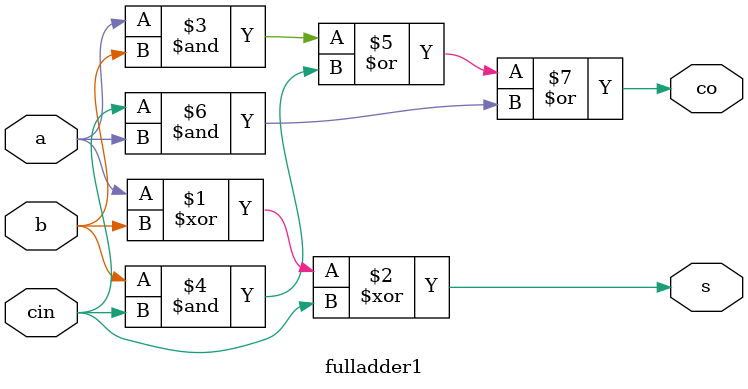
<source format=v>
`timescale 1ns / 1ps


module fulladder1(
    input a,b,cin,
    output s,co
    );
    assign s=a^b^cin,
           co=(a&b)|(b&cin)|(cin&a);
endmodule

</source>
